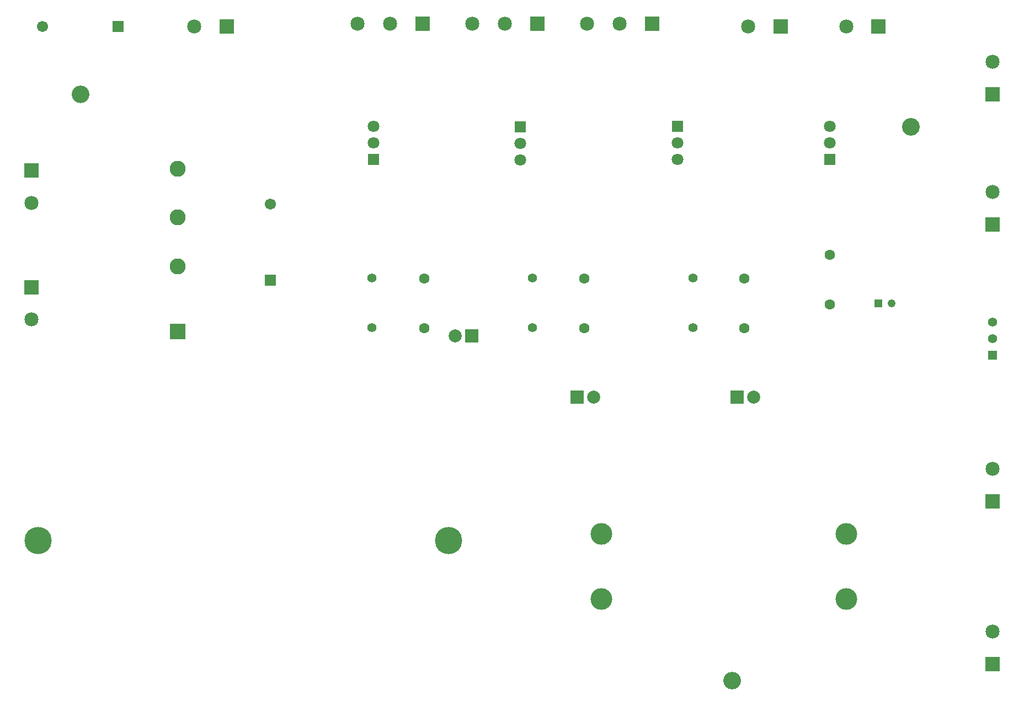
<source format=gbs>
%FSDAX23Y23*%
%MOIN*%
%SFA1B1*%

%IPPOS*%
%ADD15C,0.071000*%
%ADD16R,0.071000X0.071000*%
%ADD17C,0.165000*%
%ADD18C,0.131000*%
%ADD19O,0.107000X0.105000*%
%ADD20O,0.107000X0.107000*%
%ADD21C,0.063000*%
%ADD22C,0.071000*%
%ADD23R,0.071000X0.071000*%
%ADD24C,0.079000*%
%ADD25R,0.079000X0.079000*%
%ADD26C,0.055000*%
%ADD27R,0.085000X0.085000*%
%ADD28C,0.085000*%
%ADD29R,0.085000X0.085000*%
%ADD30C,0.067000*%
%ADD31R,0.067000X0.067000*%
%ADD32C,0.097000*%
%ADD33R,0.097000X0.097000*%
%ADD34R,0.067000X0.067000*%
%ADD35R,0.055000X0.055000*%
%ADD36R,0.049000X0.049000*%
%ADD37C,0.049000*%
%LNfuente-1*%
%LPD*%
G54D15*
X04199Y03543D03*
Y03643D03*
X03248Y03540D03*
Y03640D03*
G54D16*
X04199Y03743D03*
X03248Y03740D03*
G54D17*
X02815Y01240D03*
X00335D03*
G54D18*
X03740Y01280D03*
Y00886D03*
X05217Y01280D03*
Y00886D03*
G54D19*
X04528Y00394D03*
X00591Y03937D03*
G54D20*
X05610Y03740D03*
G54D21*
X03635Y02523D03*
Y02823D03*
X02667Y02523D03*
Y02823D03*
X04602Y02523D03*
Y02823D03*
X05118Y02668D03*
Y02968D03*
G54D22*
X02362Y03743D03*
Y03643D03*
X05118Y03742D03*
Y03642D03*
G54D23*
X02362Y03543D03*
X05118Y03542D03*
G54D24*
X03692Y02108D03*
X04660D03*
X02854Y02476D03*
G54D25*
X03592Y02108D03*
X04560D03*
X02954Y02476D03*
G54D26*
X04292Y02528D03*
Y02828D03*
X03322Y02528D03*
Y02828D03*
X02352Y02528D03*
Y02828D03*
X06102Y02459D03*
Y02559D03*
G54D27*
X05413Y04346D03*
X04823D03*
X01476D03*
X04044Y04364D03*
X03351D03*
X02657D03*
G54D28*
X05217Y04346D03*
X04626D03*
X06102Y01673D03*
Y00689D03*
Y03346D03*
X00295Y02575D03*
Y03280D03*
X01280Y04346D03*
X03651Y04364D03*
X03847D03*
X02957D03*
X03154D03*
X02264D03*
X02461D03*
X06102Y04134D03*
G54D29*
X06102Y01476D03*
Y00492D03*
Y03150D03*
X00295Y02771D03*
Y03476D03*
X06102Y03937D03*
G54D30*
X01738Y03272D03*
X00361Y04346D03*
G54D31*
X01738Y02814D03*
G54D32*
X01178Y03488D03*
Y03193D03*
Y02898D03*
G54D33*
X01178Y02504D03*
G54D34*
X00820Y04346D03*
G54D35*
X06102Y02359D03*
G54D36*
X05413Y02673D03*
G54D37*
X05492Y02673D03*
M02*
</source>
